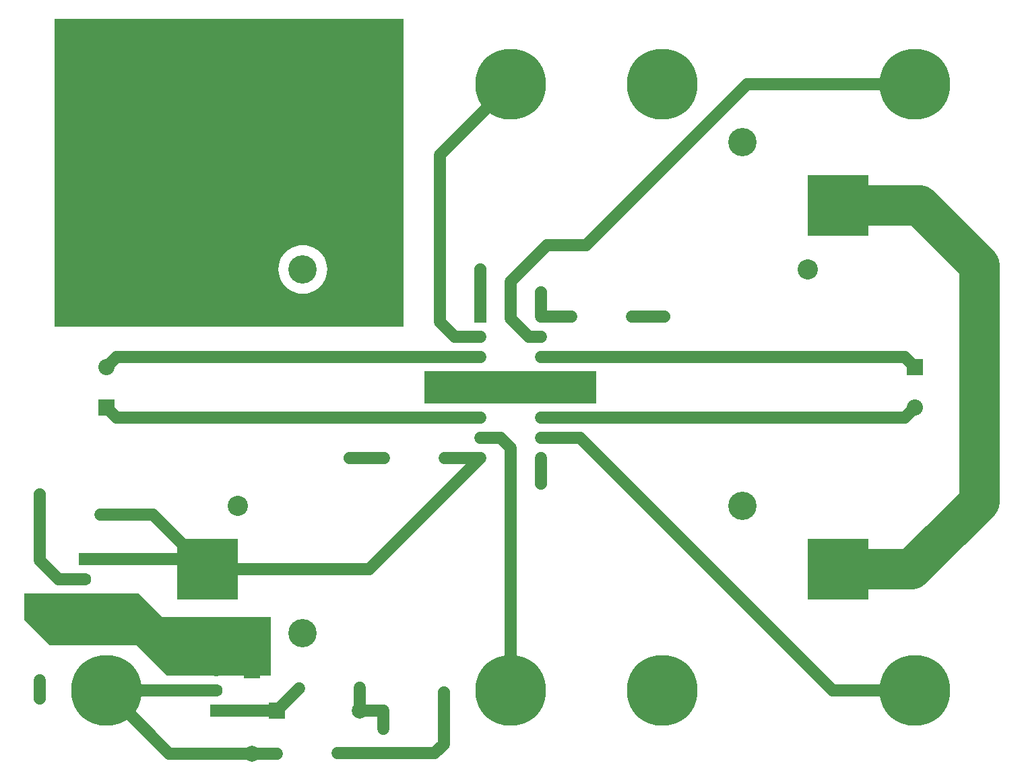
<source format=gtl>
G04*
G04 #@! TF.GenerationSoftware,Altium Limited,Altium Designer,18.1.6 (161)*
G04*
G04 Layer_Physical_Order=1*
G04 Layer_Color=255*
%FSLAX25Y25*%
%MOIN*%
G70*
G01*
G75*
%ADD10R,0.30000X0.30000*%
%ADD11C,0.06000*%
%ADD12C,0.01000*%
%ADD13C,0.20000*%
%ADD14C,0.05512*%
%ADD15R,0.06299X0.06299*%
%ADD16C,0.06299*%
%ADD17R,0.05906X0.05906*%
%ADD18C,0.05906*%
%ADD19C,0.14000*%
%ADD20C,0.10000*%
%ADD21C,0.35000*%
%ADD22R,0.08000X0.08000*%
%ADD23C,0.08000*%
%ADD24C,0.07874*%
%ADD25R,0.07874X0.07874*%
%ADD26R,0.07874X0.07874*%
%ADD27C,0.06000*%
%ADD28C,0.15000*%
G36*
X77500Y86500D02*
X131500Y86500D01*
X131500Y57500D01*
X80000Y57500D01*
X65000Y72500D01*
X22000D01*
X9500Y85000D01*
Y98000D01*
X66000D01*
X77500Y86500D01*
D02*
G37*
G36*
X197000Y230000D02*
X24500D01*
Y382500D01*
X197000D01*
Y230000D01*
D02*
G37*
G36*
X292500Y208000D02*
Y192000D01*
X207500Y192000D01*
Y208000D01*
X292500Y208000D01*
D02*
G37*
%LPC*%
G36*
X122000Y61620D02*
X121415Y61503D01*
X120919Y61172D01*
X120828Y61081D01*
X120496Y60585D01*
X120380Y60000D01*
X120496Y59415D01*
X120828Y58919D01*
X121324Y58587D01*
X121909Y58471D01*
X122495Y58587D01*
X122991Y58919D01*
X123081Y59009D01*
X123413Y59505D01*
X123529Y60091D01*
X123413Y60676D01*
X123081Y61172D01*
X122585Y61503D01*
X122000Y61620D01*
D02*
G37*
G36*
X147250Y270537D02*
X145367Y270389D01*
X143530Y269948D01*
X141785Y269225D01*
X140175Y268238D01*
X138739Y267011D01*
X137512Y265575D01*
X136525Y263965D01*
X135802Y262220D01*
X135361Y260383D01*
X135213Y258500D01*
X135361Y256617D01*
X135802Y254780D01*
X136525Y253035D01*
X137512Y251425D01*
X138739Y249989D01*
X140175Y248762D01*
X141785Y247775D01*
X143530Y247052D01*
X145367Y246611D01*
X147250Y246463D01*
X149133Y246611D01*
X150970Y247052D01*
X152715Y247775D01*
X154325Y248762D01*
X155762Y249989D01*
X156988Y251425D01*
X157975Y253035D01*
X158698Y254780D01*
X159139Y256617D01*
X159287Y258500D01*
X159139Y260383D01*
X158698Y262220D01*
X157975Y263965D01*
X156988Y265575D01*
X155762Y267011D01*
X154325Y268238D01*
X152715Y269225D01*
X150970Y269948D01*
X149133Y270389D01*
X147250Y270537D01*
D02*
G37*
%LPD*%
D10*
X412000Y110000D02*
D03*
X100000D02*
D03*
Y290000D02*
D03*
X412000D02*
D03*
D11*
X259000Y225000D02*
X265000D01*
X250000Y234000D02*
X259000Y225000D01*
X250000Y234000D02*
Y252500D01*
X268000Y270500D02*
X287500D01*
X250000Y252500D02*
X268000Y270500D01*
X367000Y350000D02*
X450000D01*
X287500Y270500D02*
X367000Y350000D01*
X265000Y235000D02*
Y247000D01*
X235000D02*
Y258500D01*
X175591Y40000D02*
X187000D01*
X17000Y137000D02*
Y147000D01*
X170500Y165000D02*
X187500D01*
X217000Y40000D02*
Y49000D01*
X17000Y46000D02*
Y55000D01*
X265000Y152500D02*
Y165000D01*
X310000Y235000D02*
X326000D01*
X134409Y40000D02*
X145500Y51091D01*
X175591Y40000D02*
Y51410D01*
X164500Y19000D02*
X212500D01*
X217000Y23500D01*
Y31000D01*
X122000Y18910D02*
X134409D01*
X73000Y137000D02*
X95000Y115000D01*
X47000Y137000D02*
X73000D01*
X17000Y125000D02*
Y137000D01*
Y114500D02*
Y125000D01*
Y114500D02*
X26500Y105000D01*
X39500D01*
X50000Y50000D02*
X81090Y18910D01*
X122000D01*
X104500Y40000D02*
X134409D01*
X39500Y115000D02*
X95000D01*
X217000Y31000D02*
Y40000D01*
X187000Y31000D02*
Y40000D01*
X50000Y50000D02*
X104500D01*
X217500Y165000D02*
X235000D01*
X215000Y315000D02*
X250000Y350000D01*
X215000Y232500D02*
Y315000D01*
Y232500D02*
X222500Y225000D01*
X235000D01*
Y235000D02*
Y247000D01*
X265000Y235000D02*
X280000D01*
X409500Y50000D02*
X450000D01*
X284500Y175000D02*
X409500Y50000D01*
X265000Y175000D02*
X284500D01*
X235000D02*
X245000D01*
X250000Y170000D01*
Y50000D02*
Y170000D01*
X100000Y110000D02*
X180000D01*
X235000Y165000D01*
X50000Y210000D02*
X55000Y215000D01*
X235000D01*
X50000Y190000D02*
X55000Y185000D01*
X235000D01*
X445000Y215000D02*
X450000Y210000D01*
X265000Y215000D02*
X445000D01*
Y185000D02*
X450000Y190000D01*
X265000Y185000D02*
X445000D01*
D12*
X145500Y51091D02*
Y51500D01*
X175500D02*
X175591Y51410D01*
X134409Y18910D02*
X134500Y19000D01*
X95000Y115000D02*
X100000Y110000D01*
X121909Y60000D02*
X122000Y60091D01*
D13*
X412000Y290000D02*
X452500D01*
X482000Y260500D01*
Y143500D02*
Y260500D01*
X448500Y110000D02*
X482000Y143500D01*
X412000Y110000D02*
X448500D01*
D14*
X310000Y235000D02*
D03*
X280000D02*
D03*
X217500Y165000D02*
D03*
X187500D02*
D03*
X164500Y19000D02*
D03*
X134500D02*
D03*
X217000Y40000D02*
D03*
X187000D02*
D03*
X17000Y55000D02*
D03*
Y85000D02*
D03*
Y125000D02*
D03*
Y95000D02*
D03*
Y137000D02*
D03*
X47000D02*
D03*
X187000Y31000D02*
D03*
X217000D02*
D03*
X145500Y51500D02*
D03*
X175500D02*
D03*
D15*
X39500Y115000D02*
D03*
X104500Y40000D02*
D03*
D16*
X39500Y105000D02*
D03*
Y95000D02*
D03*
X104500Y60000D02*
D03*
Y50000D02*
D03*
D17*
X235000Y235000D02*
D03*
D18*
Y225000D02*
D03*
Y215000D02*
D03*
Y205000D02*
D03*
Y195000D02*
D03*
Y185000D02*
D03*
Y175000D02*
D03*
Y165000D02*
D03*
X265000Y235000D02*
D03*
Y225000D02*
D03*
Y215000D02*
D03*
Y205000D02*
D03*
Y195000D02*
D03*
Y185000D02*
D03*
Y175000D02*
D03*
Y165000D02*
D03*
D19*
X364750Y141500D02*
D03*
X147250Y78500D02*
D03*
Y258500D02*
D03*
X364750Y321500D02*
D03*
D20*
X115000Y141500D02*
D03*
X397000Y258500D02*
D03*
D21*
X450000Y50000D02*
D03*
Y350000D02*
D03*
X250000D02*
D03*
X50000D02*
D03*
Y50000D02*
D03*
X250000D02*
D03*
X325000Y350000D02*
D03*
Y50000D02*
D03*
D22*
X450000Y210000D02*
D03*
X50000Y190000D02*
D03*
D23*
X450000D02*
D03*
X50000Y210000D02*
D03*
D24*
X122000Y18910D02*
D03*
X175591Y40000D02*
D03*
D25*
X122000Y60091D02*
D03*
D26*
X134409Y40000D02*
D03*
D27*
X265000Y247000D02*
D03*
X116000Y81500D02*
D03*
X235000Y258500D02*
D03*
X17000Y147000D02*
D03*
X125491Y81500D02*
D03*
X217000Y49000D02*
D03*
X17000Y46000D02*
D03*
X170500Y165000D02*
D03*
X265000Y152500D02*
D03*
X326000Y235000D02*
D03*
X235000Y247000D02*
D03*
D28*
X280000Y200000D02*
D03*
X174000Y338000D02*
D03*
X150500D02*
D03*
Y359500D02*
D03*
X174000D02*
D03*
X220000Y200000D02*
D03*
M02*

</source>
